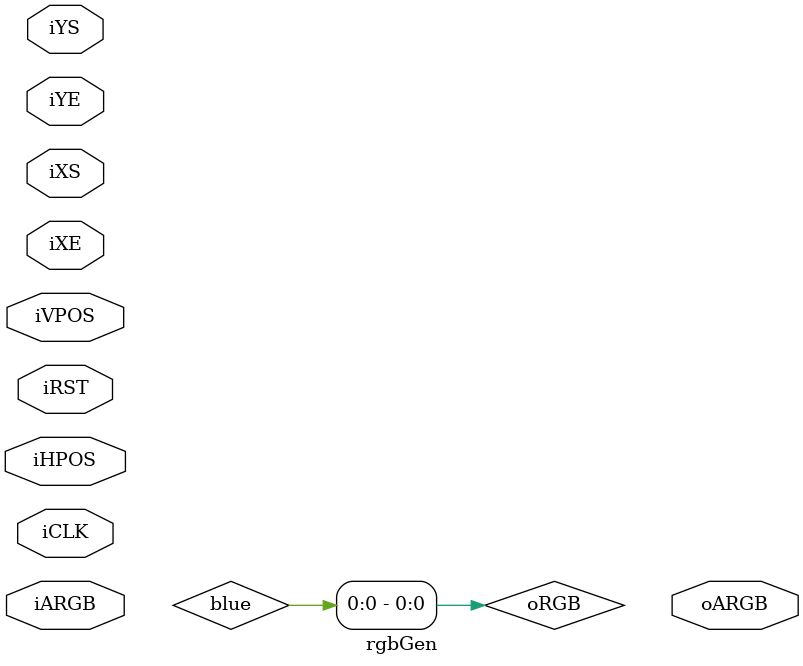
<source format=v>
/*
 * Create 2021/12/22
 * Author koutakimura
 * Editor VSCode ver1.62.7
 * Build  Vivado20.2
 * Borad  Nexys Video
 * -
 * RGB色データ生成モジュール
 */
module rgbGen(
    input           iCLK,           // system clk
    input           iRST,           // system rst
    input  [ 9:0]   iHPOS,          // 描画座標horizon
    input  [ 9:0]   iVPOS,          // 描画座標vertical
    input  [ 9:0]   iXS,            // 描画開始x_start座標
    input  [ 9:0]   iXE,            // 描画開始x_end座標
    input  [ 9:0]   iYS,            // 描画開始y_start座標
    input  [ 9:0]   iYE,            // 描画開始y_end座標
    input  [31:0]   iARGB,          // 入力画素
    output [31:0]   oARGB           // 出力画素
);

reg [7:0] red;
reg [7:0] green;
reg [7:0] blue;

assign oRGB = {8'hff, red, green, blue};

always @(posedge iCLK) begin
    if (iRST == 1'b1) begin
        red <= 0;
    end else if (iXS <= iHPOS && iHPOS < iXE && iYS <= iVPOS && iVPOS < iYE) begin
        red <= iARGB[23:16];
    end else begin
        red <= 0;
    end
end

always @(posedge iCLK) begin
    if (iRST == 1'b1) begin
        green <= 0;
    end else if (iXS <= iHPOS && iHPOS < iXE && iYS <= iVPOS && iVPOS < iYE) begin
        green <= iARGB[15:8];
    end else begin
        green <= 0;
    end
end

always @(posedge iCLK) begin
    if (iRST == 1'b1) begin
        blue <= 0;
    end else if (iXS <= iHPOS && iHPOS < iXE && iYS <= iVPOS && iVPOS < iYE) begin
        blue <= iARGB[7:0];
    end else begin
        blue <= 0;
    end
end

endmodule
</source>
